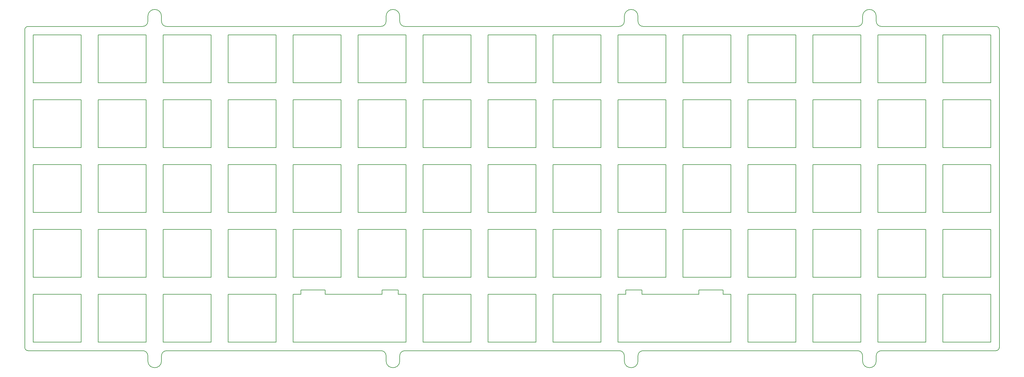
<source format=gm1>
G04 #@! TF.GenerationSoftware,KiCad,Pcbnew,8.0.3*
G04 #@! TF.CreationDate,2024-12-29T10:36:15+01:00*
G04 #@! TF.ProjectId,plate,706c6174-652e-46b6-9963-61645f706362,rev?*
G04 #@! TF.SameCoordinates,Original*
G04 #@! TF.FileFunction,Profile,NP*
%FSLAX46Y46*%
G04 Gerber Fmt 4.6, Leading zero omitted, Abs format (unit mm)*
G04 Created by KiCad (PCBNEW 8.0.3) date 2024-12-29 10:36:15*
%MOMM*%
%LPD*%
G01*
G04 APERTURE LIST*
G04 #@! TA.AperFunction,Profile*
%ADD10C,0.150000*%
G04 #@! TD*
G04 #@! TA.AperFunction,Profile*
%ADD11C,0.200000*%
G04 #@! TD*
G04 APERTURE END LIST*
D10*
X166211472Y-126921246D02*
X168474145Y-126921246D01*
X173236649Y-125611168D02*
X168474145Y-125611168D01*
X173236160Y-126921246D02*
X173236649Y-125611168D01*
X168474145Y-125611168D02*
X168474145Y-126921246D01*
X189905485Y-125611197D02*
X189905485Y-126921246D01*
X189905485Y-126921246D02*
X173236160Y-126921246D01*
X166211948Y-140970592D02*
X166211948Y-126921246D01*
X199311462Y-126921246D02*
X197049674Y-126921275D01*
X197049674Y-125611197D02*
X189905485Y-125611197D01*
X197049674Y-126921275D02*
X197049674Y-125611197D01*
X199311778Y-140970680D02*
X199311778Y-126921246D01*
X199311462Y-140970592D02*
X166211948Y-140970592D01*
X80367525Y-125611109D02*
X80367525Y-126921158D01*
X80367525Y-126921158D02*
X97036850Y-126921158D01*
X104061062Y-140970504D02*
X104061062Y-126921158D01*
X104061538Y-126921158D02*
X101798865Y-126921158D01*
X97036361Y-125611080D02*
X101798865Y-125611080D01*
X97036850Y-126921158D02*
X97036361Y-125611080D01*
X101798865Y-125611080D02*
X101798865Y-126921158D01*
X70961548Y-126921158D02*
X73223336Y-126921187D01*
X73223336Y-125611109D02*
X80367525Y-125611109D01*
X73223336Y-126921187D02*
X73223336Y-125611109D01*
X166211396Y-121933206D02*
X166211396Y-107883831D01*
X65960704Y-83833105D02*
X51911329Y-83833105D01*
X237411188Y-102882949D02*
X223361813Y-102882949D01*
X104060982Y-50733768D02*
X104060982Y-64783143D01*
X218361285Y-126933528D02*
X218361285Y-140982903D01*
X-5239088Y-50733473D02*
X8810287Y-50733473D01*
X32860954Y-140983021D02*
X32860954Y-126933646D01*
X8810287Y-88833633D02*
X8810287Y-102883008D01*
D11*
X28365000Y-46735000D02*
G75*
G02*
X26865000Y-48235000I-1500000J0D01*
G01*
D10*
X32860954Y-126933646D02*
X46910329Y-126933646D01*
X161211399Y-102883480D02*
X147162024Y-102883480D01*
X46910565Y-88833751D02*
X46910565Y-102883126D01*
X70961468Y-107883949D02*
X85010843Y-107883949D01*
X218361049Y-64782848D02*
X204311674Y-64782848D01*
X185261535Y-64782907D02*
X185261535Y-50733532D01*
X180260771Y-64782966D02*
X166211396Y-64782966D01*
X147162024Y-126934265D02*
X161211399Y-126934265D01*
X142161260Y-69783966D02*
X142161260Y-83833341D01*
X218361049Y-50733473D02*
X218361049Y-64782848D01*
X70961468Y-50733709D02*
X85010843Y-50733709D01*
X109061746Y-140983522D02*
X109061746Y-126934147D01*
D11*
X-6734996Y-48234997D02*
X26865000Y-48234997D01*
D10*
X128111885Y-69783966D02*
X142161260Y-69783966D01*
D11*
X28365000Y-46735000D02*
X28365000Y-45235000D01*
D10*
X237411188Y-121933029D02*
X223361813Y-121933029D01*
X261462091Y-102882831D02*
X261462091Y-88833456D01*
X32861190Y-88833751D02*
X46910565Y-88833751D01*
X166211396Y-83833046D02*
X166211396Y-69783671D01*
D11*
X166565000Y-143484997D02*
X103715000Y-143484997D01*
D10*
X275511702Y-140982726D02*
X261462327Y-140982726D01*
X27860426Y-107883772D02*
X27860426Y-121933147D01*
X147162024Y-69784025D02*
X161211399Y-69784025D01*
X123111121Y-102883362D02*
X109061746Y-102883362D01*
X142161260Y-64783261D02*
X128111885Y-64783261D01*
X109061746Y-126934147D02*
X123111121Y-126934147D01*
X46910565Y-83833046D02*
X32861190Y-83833046D01*
X128111885Y-50733886D02*
X142161260Y-50733886D01*
D11*
X32365000Y-144985000D02*
X32365000Y-146485000D01*
D10*
X123111121Y-50733827D02*
X123111121Y-64783202D01*
X275511466Y-64782671D02*
X261462091Y-64782671D01*
X128111885Y-140983581D02*
X128111885Y-126934206D01*
D11*
X96715000Y-143484997D02*
X33865000Y-143484997D01*
D10*
X46910565Y-107883831D02*
X46910565Y-121933206D01*
X223362049Y-126933469D02*
X237411424Y-126933469D01*
X242412188Y-140982785D02*
X242412188Y-126933410D01*
X46910565Y-50733591D02*
X46910565Y-64782966D01*
X-5239324Y-126933528D02*
X8810051Y-126933528D01*
X142161260Y-50733886D02*
X142161260Y-64783261D01*
X218361049Y-107883713D02*
X218361049Y-121933088D01*
D11*
X237915000Y-46735000D02*
G75*
G02*
X236415000Y-48235000I-1500000J0D01*
G01*
X168065000Y-45235000D02*
G75*
G02*
X172065000Y-45235000I2000000J3D01*
G01*
D10*
X51911329Y-69783730D02*
X65960704Y-69783730D01*
D11*
X-6735000Y-143484997D02*
G75*
G02*
X-7735000Y-142485000I1J1000001D01*
G01*
D10*
X109061746Y-107884067D02*
X123111121Y-107884067D01*
X147162024Y-107884185D02*
X161211399Y-107884185D01*
X185261535Y-50733532D02*
X199310910Y-50733532D01*
X46910565Y-102883126D02*
X32861190Y-102883126D01*
X51911329Y-88833810D02*
X65960704Y-88833810D01*
D11*
X173565000Y-48234997D02*
X236415000Y-48234997D01*
D10*
X128111885Y-126934206D02*
X142161260Y-126934206D01*
X166211396Y-50733591D02*
X180260771Y-50733591D01*
X237411188Y-64782789D02*
X223361813Y-64782789D01*
D11*
X172065000Y-144985000D02*
X172065000Y-146485000D01*
D10*
X180260771Y-102883126D02*
X166211396Y-102883126D01*
X242411952Y-50733355D02*
X256461327Y-50733355D01*
X237411188Y-69783494D02*
X237411188Y-83832869D01*
X104060982Y-121933383D02*
X90011607Y-121933383D01*
X109061746Y-50733827D02*
X123111121Y-50733827D01*
X142161260Y-83833341D02*
X128111885Y-83833341D01*
X51911093Y-140983080D02*
X51911093Y-126933705D01*
D11*
X173565000Y-48234997D02*
G75*
G02*
X172065003Y-46735000I0J1499997D01*
G01*
D10*
X237411424Y-126933469D02*
X237411424Y-140982844D01*
X104060982Y-102883303D02*
X90011607Y-102883303D01*
X85010843Y-64783084D02*
X70961468Y-64783084D01*
X-5239088Y-64782848D02*
X-5239088Y-50733473D01*
X161211399Y-107884185D02*
X161211399Y-121933560D01*
X32861190Y-102883126D02*
X32861190Y-88833751D01*
X65960704Y-107883890D02*
X65960704Y-121933265D01*
X109061746Y-102883362D02*
X109061746Y-88833987D01*
X199310910Y-69783612D02*
X199310910Y-83832987D01*
X90011607Y-102883303D02*
X90011607Y-88833928D01*
X218361049Y-121933088D02*
X204311674Y-121933088D01*
X8810287Y-64782848D02*
X-5239088Y-64782848D01*
X104060982Y-88833928D02*
X104060982Y-102883303D01*
X32861190Y-69783671D02*
X46910565Y-69783671D01*
X161211399Y-121933560D02*
X147162024Y-121933560D01*
X13811051Y-69783612D02*
X27860426Y-69783612D01*
D11*
X172065000Y-146485000D02*
G75*
G02*
X168065000Y-146485000I-2000000J3D01*
G01*
X32365000Y-45235000D02*
X32365000Y-46735000D01*
D10*
X261462091Y-88833456D02*
X275511466Y-88833456D01*
X51911329Y-50733650D02*
X65960704Y-50733650D01*
X275511702Y-126933351D02*
X275511702Y-140982726D01*
X51911329Y-121933265D02*
X51911329Y-107883890D01*
X104060982Y-69783848D02*
X104060982Y-83833223D01*
X46910565Y-64782966D02*
X32861190Y-64782966D01*
X70961468Y-83833164D02*
X70961468Y-69783789D01*
D11*
X236415000Y-143484997D02*
G75*
G02*
X237915003Y-144985000I0J-1500003D01*
G01*
D10*
X199310910Y-88833692D02*
X199310910Y-102883067D01*
X256461563Y-126933410D02*
X256461563Y-140982785D01*
X109061746Y-64783202D02*
X109061746Y-50733827D01*
X90011607Y-50733768D02*
X104060982Y-50733768D01*
D11*
X168065000Y-146485000D02*
X168065000Y-144985000D01*
X102215000Y-144985000D02*
G75*
G02*
X103715000Y-143485000I1500000J0D01*
G01*
D10*
X85010843Y-69783789D02*
X85010843Y-83833164D01*
D11*
X168065000Y-46735000D02*
X168065000Y-45235000D01*
D10*
X-5239324Y-140982903D02*
X-5239324Y-126933528D01*
X51911329Y-102883185D02*
X51911329Y-88833810D01*
X142161260Y-102883421D02*
X128111885Y-102883421D01*
X256461327Y-64782730D02*
X242411952Y-64782730D01*
X261462091Y-64782671D02*
X261462091Y-50733296D01*
D11*
X102215000Y-45235000D02*
X102215000Y-46735000D01*
D10*
X13811051Y-83832987D02*
X13811051Y-69783612D01*
X223361813Y-64782789D02*
X223361813Y-50733414D01*
X147162024Y-102883480D02*
X147162024Y-88834105D01*
X32861190Y-107883831D02*
X46910565Y-107883831D01*
X142161260Y-126934206D02*
X142161260Y-140983581D01*
D11*
X-7735000Y-142485000D02*
X-7735000Y-49235001D01*
X241915000Y-144985000D02*
G75*
G02*
X243415000Y-143485000I1500000J0D01*
G01*
D10*
X85010843Y-50733709D02*
X85010843Y-64783084D01*
X223361813Y-121933029D02*
X223361813Y-107883654D01*
X261462327Y-140982726D02*
X261462327Y-126933351D01*
X166211396Y-102883126D02*
X166211396Y-88833751D01*
X256461327Y-107883595D02*
X256461327Y-121932970D01*
X123111121Y-69783907D02*
X123111121Y-83833282D01*
X256461327Y-102882890D02*
X242411952Y-102882890D01*
D11*
X102215000Y-144985000D02*
X102215000Y-146485000D01*
D10*
X242411952Y-69783435D02*
X256461327Y-69783435D01*
X199310910Y-102883067D02*
X185261535Y-102883067D01*
X65960468Y-140983080D02*
X51911093Y-140983080D01*
X204311674Y-102883008D02*
X204311674Y-88833633D01*
X46910565Y-69783671D02*
X46910565Y-83833046D01*
D11*
X241915000Y-144985000D02*
X241915000Y-146485000D01*
D10*
X223361813Y-88833574D02*
X237411188Y-88833574D01*
X242411952Y-102882890D02*
X242411952Y-88833515D01*
X65960704Y-50733650D02*
X65960704Y-64783025D01*
X199310910Y-50733532D02*
X199310910Y-64782907D01*
X199310910Y-107883772D02*
X199310910Y-121933147D01*
D11*
X98215000Y-46735000D02*
G75*
G02*
X96715000Y-48235000I-1500000J0D01*
G01*
X172065000Y-45235000D02*
X172065000Y-46735000D01*
D10*
X13811051Y-50733532D02*
X27860426Y-50733532D01*
D11*
X237915000Y-45235000D02*
G75*
G02*
X241915000Y-45235000I2000000J3D01*
G01*
D10*
X90011607Y-83833223D02*
X90011607Y-69783848D01*
X128111885Y-64783261D02*
X128111885Y-50733886D01*
X166211396Y-88833751D02*
X180260771Y-88833751D01*
X142161260Y-140983581D02*
X128111885Y-140983581D01*
X-5239088Y-88833633D02*
X-5239088Y-102883008D01*
X237411424Y-140982844D02*
X223362049Y-140982844D01*
X70961468Y-88833869D02*
X85010843Y-88833869D01*
X128111885Y-88834046D02*
X142161260Y-88834046D01*
D11*
X278015000Y-49235000D02*
X278015000Y-142485000D01*
D10*
X51911329Y-64783025D02*
X51911329Y-50733650D01*
X161211399Y-50733945D02*
X161211399Y-64783320D01*
D11*
X236415000Y-143484997D02*
X173565000Y-143484997D01*
D10*
X161211399Y-83833400D02*
X147162024Y-83833400D01*
X204311674Y-64782848D02*
X204311674Y-50733473D01*
D11*
X277015000Y-48234997D02*
G75*
G02*
X278015003Y-49235000I0J-1000003D01*
G01*
X28365000Y-146485000D02*
X28365000Y-144985000D01*
D10*
X128111885Y-121933501D02*
X128111885Y-107884126D01*
X123111121Y-140983522D02*
X109061746Y-140983522D01*
X261462327Y-126933351D02*
X275511702Y-126933351D01*
X218361049Y-83832928D02*
X204311674Y-83832928D01*
X90011607Y-107884008D02*
X104060982Y-107884008D01*
X109061746Y-83833282D02*
X109061746Y-69783907D01*
D11*
X102215000Y-146485000D02*
G75*
G02*
X98215000Y-146485000I-2000000J3D01*
G01*
D10*
X-5239088Y-107883713D02*
X8810287Y-107883713D01*
X204311910Y-126933528D02*
X218361285Y-126933528D01*
X204311674Y-69783553D02*
X218361049Y-69783553D01*
X142161260Y-121933501D02*
X128111885Y-121933501D01*
D11*
X243415000Y-48234997D02*
X277015000Y-48234997D01*
D10*
X147162024Y-64783320D02*
X147162024Y-50733945D01*
X90011607Y-121933383D02*
X90011607Y-107884008D01*
D11*
X278015000Y-142485000D02*
G75*
G02*
X277015000Y-143485000I-1000000J0D01*
G01*
D10*
X123111121Y-126934147D02*
X123111121Y-140983522D01*
X223361813Y-69783494D02*
X237411188Y-69783494D01*
X104060982Y-64783143D02*
X90011607Y-64783143D01*
D11*
X33865000Y-48234997D02*
G75*
G02*
X32365003Y-46735000I0J1499997D01*
G01*
X243415000Y-48234997D02*
G75*
G02*
X241915003Y-46735000I0J1499997D01*
G01*
D10*
X51911329Y-107883890D02*
X65960704Y-107883890D01*
D11*
X172065000Y-144985000D02*
G75*
G02*
X173565000Y-143485000I1500000J0D01*
G01*
D10*
X180260771Y-83833046D02*
X166211396Y-83833046D01*
X223361813Y-107883654D02*
X237411188Y-107883654D01*
X275511466Y-69783376D02*
X275511466Y-83832751D01*
D11*
X98215000Y-46735000D02*
X98215000Y-45235000D01*
D10*
X13810815Y-126933587D02*
X27860190Y-126933587D01*
X13810815Y-140982962D02*
X13810815Y-126933587D01*
X51911093Y-126933705D02*
X65960468Y-126933705D01*
X185261535Y-83832987D02*
X185261535Y-69783612D01*
X147162024Y-83833400D02*
X147162024Y-69784025D01*
X85010843Y-83833164D02*
X70961468Y-83833164D01*
X275511466Y-102882831D02*
X261462091Y-102882831D01*
X242411952Y-107883595D02*
X256461327Y-107883595D01*
X32861190Y-64782966D02*
X32861190Y-50733591D01*
X90011607Y-69783848D02*
X104060982Y-69783848D01*
X180260771Y-69783671D02*
X180260771Y-83833046D01*
X46910329Y-126933646D02*
X46910329Y-140983021D01*
X204311674Y-107883713D02*
X218361049Y-107883713D01*
X261462091Y-107883536D02*
X275511466Y-107883536D01*
X8810287Y-121933088D02*
X-5239088Y-121933088D01*
X223361813Y-102882949D02*
X223361813Y-88833574D01*
X185261535Y-102883067D02*
X185261535Y-88833692D01*
D11*
X237915000Y-146485000D02*
X237915000Y-144985000D01*
D10*
X142161260Y-88834046D02*
X142161260Y-102883421D01*
D11*
X98215000Y-45235000D02*
G75*
G02*
X102215000Y-45235000I2000000J3D01*
G01*
D10*
X256461327Y-83832810D02*
X242411952Y-83832810D01*
X261462091Y-83832751D02*
X261462091Y-69783376D01*
X204311674Y-83832928D02*
X204311674Y-69783553D01*
X123111121Y-83833282D02*
X109061746Y-83833282D01*
X256461327Y-121932970D02*
X242411952Y-121932970D01*
X109061746Y-69783907D02*
X123111121Y-69783907D01*
X128111885Y-83833341D02*
X128111885Y-69783966D01*
X223361813Y-50733414D02*
X237411188Y-50733414D01*
D11*
X103715000Y-48234997D02*
G75*
G02*
X102215003Y-46735000I0J1499997D01*
G01*
X241915000Y-45235000D02*
X241915000Y-46735000D01*
D10*
X-5239088Y-69783553D02*
X8810287Y-69783553D01*
X65960704Y-69783730D02*
X65960704Y-83833105D01*
X123111121Y-107884067D02*
X123111121Y-121933442D01*
X180260771Y-50733591D02*
X180260771Y-64782966D01*
D11*
X32365000Y-144985000D02*
G75*
G02*
X33865000Y-143485000I1500000J0D01*
G01*
D10*
X46910565Y-121933206D02*
X32861190Y-121933206D01*
X65960704Y-64783025D02*
X51911329Y-64783025D01*
X275511466Y-107883536D02*
X275511466Y-121932911D01*
X65960704Y-102883185D02*
X51911329Y-102883185D01*
X104060982Y-107884008D02*
X104060982Y-121933383D01*
X90011607Y-88833928D02*
X104060982Y-88833928D01*
X13811051Y-102883067D02*
X13811051Y-88833692D01*
X147162024Y-121933560D02*
X147162024Y-107884185D01*
D11*
X-7735000Y-49235001D02*
G75*
G02*
X-6734996Y-48234997I1000003J1D01*
G01*
D10*
X223362049Y-140982844D02*
X223362049Y-126933469D01*
X27860426Y-102883067D02*
X13811051Y-102883067D01*
X275511466Y-50733296D02*
X275511466Y-64782671D01*
X109061746Y-88833987D02*
X123111121Y-88833987D01*
X13811051Y-121933147D02*
X13811051Y-107883772D01*
X27860426Y-50733532D02*
X27860426Y-64782907D01*
X65960704Y-88833810D02*
X65960704Y-102883185D01*
X123111121Y-121933442D02*
X109061746Y-121933442D01*
X261462091Y-69783376D02*
X275511466Y-69783376D01*
X70961468Y-64783084D02*
X70961468Y-50733709D01*
X166211396Y-69783671D02*
X180260771Y-69783671D01*
X70961548Y-140970504D02*
X104061062Y-140970504D01*
X161211399Y-64783320D02*
X147162024Y-64783320D01*
X161211399Y-140983640D02*
X147162024Y-140983640D01*
X70961232Y-140970592D02*
X70961232Y-126921158D01*
X8810287Y-50733473D02*
X8810287Y-64782848D01*
X161211399Y-126934265D02*
X161211399Y-140983640D01*
X32861190Y-50733591D02*
X46910565Y-50733591D01*
X27860190Y-140982962D02*
X13810815Y-140982962D01*
X199310910Y-83832987D02*
X185261535Y-83832987D01*
X85010843Y-102883244D02*
X70961468Y-102883244D01*
X8810287Y-102883008D02*
X-5239088Y-102883008D01*
X147162024Y-88834105D02*
X161211399Y-88834105D01*
D11*
X26865000Y-143484997D02*
X-6735000Y-143484997D01*
X96715000Y-143484997D02*
G75*
G02*
X98215003Y-144985000I0J-1500003D01*
G01*
D10*
X90011607Y-64783143D02*
X90011607Y-50733768D01*
X13811051Y-88833692D02*
X27860426Y-88833692D01*
X261462091Y-50733296D02*
X275511466Y-50733296D01*
X185261535Y-88833692D02*
X199310910Y-88833692D01*
D11*
X103715000Y-48234997D02*
X166565000Y-48234997D01*
D10*
X109061746Y-121933442D02*
X109061746Y-107884067D01*
X180260771Y-88833751D02*
X180260771Y-102883126D01*
D11*
X241915000Y-146485000D02*
G75*
G02*
X237915000Y-146485000I-2000000J3D01*
G01*
D10*
X218361049Y-69783553D02*
X218361049Y-83832928D01*
X275511466Y-121932911D02*
X261462091Y-121932911D01*
X27860426Y-121933147D02*
X13811051Y-121933147D01*
X123111121Y-88833987D02*
X123111121Y-102883362D01*
X218361285Y-140982903D02*
X204311910Y-140982903D01*
X218361049Y-88833633D02*
X218361049Y-102883008D01*
X256461327Y-69783435D02*
X256461327Y-83832810D01*
X32861190Y-121933206D02*
X32861190Y-107883831D01*
X142161260Y-107884126D02*
X142161260Y-121933501D01*
X199310910Y-121933147D02*
X185261535Y-121933147D01*
X237411188Y-88833574D02*
X237411188Y-102882949D01*
X70961468Y-69783789D02*
X85010843Y-69783789D01*
X161211399Y-88834105D02*
X161211399Y-102883480D01*
X242411952Y-121932970D02*
X242411952Y-107883595D01*
X8810051Y-140982903D02*
X-5239324Y-140982903D01*
X85010843Y-121933324D02*
X70961468Y-121933324D01*
D11*
X28365000Y-45235000D02*
G75*
G02*
X32365000Y-45235000I2000000J3D01*
G01*
D10*
X185261535Y-121933147D02*
X185261535Y-107883772D01*
X261462091Y-121932911D02*
X261462091Y-107883536D01*
X242412188Y-126933410D02*
X256461563Y-126933410D01*
D11*
X26865000Y-143484997D02*
G75*
G02*
X28365003Y-144985000I0J-1500003D01*
G01*
D10*
X8810287Y-107883713D02*
X8810287Y-121933088D01*
X104060982Y-83833223D02*
X90011607Y-83833223D01*
X85010843Y-88833869D02*
X85010843Y-102883244D01*
X51911329Y-83833105D02*
X51911329Y-69783730D01*
X180260771Y-121933206D02*
X166211396Y-121933206D01*
D11*
X168065000Y-46735000D02*
G75*
G02*
X166565000Y-48235000I-1500000J0D01*
G01*
D10*
X27860190Y-126933587D02*
X27860190Y-140982962D01*
X-5239088Y-69783553D02*
X-5239088Y-83832928D01*
X8810287Y-83832928D02*
X-5239088Y-83832928D01*
X-5239088Y-121933088D02*
X-5239088Y-107883713D01*
X70961468Y-121933324D02*
X70961468Y-107883949D01*
X204311910Y-140982903D02*
X204311910Y-126933528D01*
X237411188Y-107883654D02*
X237411188Y-121933029D01*
X123111121Y-64783202D02*
X109061746Y-64783202D01*
X256461327Y-88833515D02*
X256461327Y-102882890D01*
X166211396Y-107883831D02*
X180260771Y-107883831D01*
X27860426Y-88833692D02*
X27860426Y-102883067D01*
X46910329Y-140983021D02*
X32860954Y-140983021D01*
X166211396Y-64782966D02*
X166211396Y-50733591D01*
X147162024Y-50733945D02*
X161211399Y-50733945D01*
X237411188Y-83832869D02*
X223361813Y-83832869D01*
X13811051Y-107883772D02*
X27860426Y-107883772D01*
X27860426Y-64782907D02*
X13811051Y-64782907D01*
X27860426Y-69783612D02*
X27860426Y-83832987D01*
X13811051Y-64782907D02*
X13811051Y-50733532D01*
X32861190Y-83833046D02*
X32861190Y-69783671D01*
X204311674Y-88833633D02*
X218361049Y-88833633D01*
X218361049Y-102883008D02*
X204311674Y-102883008D01*
X70961468Y-102883244D02*
X70961468Y-88833869D01*
X242411952Y-88833515D02*
X256461327Y-88833515D01*
X275511466Y-83832751D02*
X261462091Y-83832751D01*
X185261535Y-69783612D02*
X199310910Y-69783612D01*
X161211399Y-69784025D02*
X161211399Y-83833400D01*
X204311674Y-50733473D02*
X218361049Y-50733473D01*
X147162024Y-140983640D02*
X147162024Y-126934265D01*
X237411188Y-50733414D02*
X237411188Y-64782789D01*
D11*
X237915000Y-46735000D02*
X237915000Y-45235000D01*
D10*
X256461563Y-140982785D02*
X242412188Y-140982785D01*
X128111885Y-107884126D02*
X142161260Y-107884126D01*
X180260771Y-107883831D02*
X180260771Y-121933206D01*
D11*
X98215000Y-146485000D02*
X98215000Y-144985000D01*
D10*
X65960704Y-121933265D02*
X51911329Y-121933265D01*
D11*
X33865000Y-48234997D02*
X96715000Y-48234997D01*
D10*
X128111885Y-102883421D02*
X128111885Y-88834046D01*
X85010843Y-107883949D02*
X85010843Y-121933324D01*
D11*
X166565000Y-143484997D02*
G75*
G02*
X168065003Y-144985000I0J-1500003D01*
G01*
D10*
X8810287Y-69783553D02*
X8810287Y-83832928D01*
X256461327Y-50733355D02*
X256461327Y-64782730D01*
X242411952Y-83832810D02*
X242411952Y-69783435D01*
X-5239088Y-88833633D02*
X8810287Y-88833633D01*
X8810051Y-126933528D02*
X8810051Y-140982903D01*
X199310910Y-64782907D02*
X185261535Y-64782907D01*
D11*
X32365000Y-146485000D02*
G75*
G02*
X28365000Y-146485000I-2000000J3D01*
G01*
D10*
X65960468Y-126933705D02*
X65960468Y-140983080D01*
X223361813Y-83832869D02*
X223361813Y-69783494D01*
X242411952Y-64782730D02*
X242411952Y-50733355D01*
X275511466Y-88833456D02*
X275511466Y-102882831D01*
X185261535Y-107883772D02*
X199310910Y-107883772D01*
D11*
X277015000Y-143484997D02*
X243415000Y-143484997D01*
D10*
X27860426Y-83832987D02*
X13811051Y-83832987D01*
X204311674Y-121933088D02*
X204311674Y-107883713D01*
M02*

</source>
